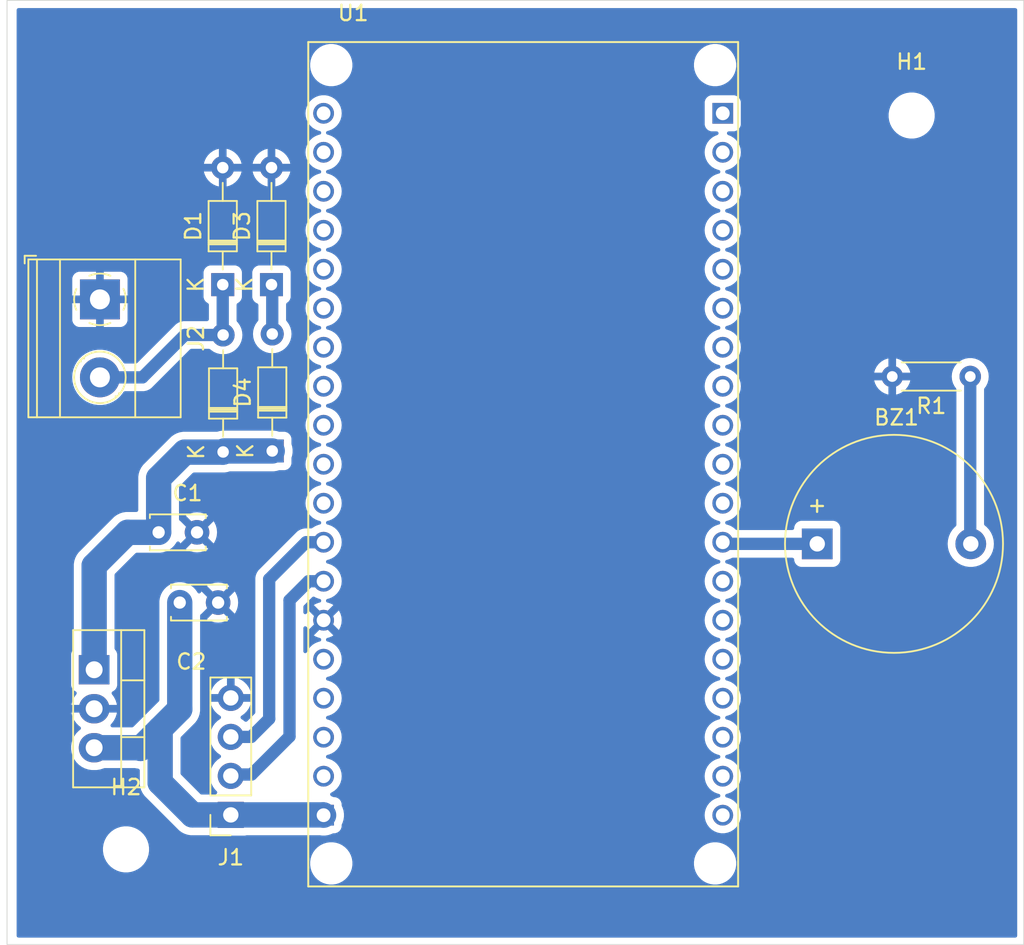
<source format=kicad_pcb>
(kicad_pcb (version 20240108) (generator "pcbnew") (generator_version "8.0")
  (layers (0 "F.Cu" signal) (31 "B.Cu" signal) (34 "B.Paste" user) (35 "F.Paste" user) (36 "B.SilkS" user "B.Silkscreen") (37 "F.SilkS" user "F.Silkscreen") (38 "B.Mask" user) (39 "F.Mask" user) (44 "Edge.Cuts" user))
  (net 0 "")
  (net 1 "Net-(BZ1--)")
  (net 2 "GND")
  (net 3 "+5V")
  (net 4 "trig")
  (net 5 "echo")
  (net 34 "+9V")
  (net 35 "Net-(D1-K)")
  (net 36 "Net-(D3-K)")
  (net 39 "unconnected-(U1-CMD-PadJ5_2)")
  (net 42 "Net-(BZ1-+)")
  (footprint "Diode_THT:D_DO-34_SOD68_P7.62mm_Horizontal" (layer "F.Cu") (at 123.625 86.2 90)
    (property "Reference" "D4" (at 3.81 -1.92 90) (layer "F.SilkS"))
    (property "Value" "D")
    (fp_line (start 5.45 -0.92) (end 2.17 -0.92) (stroke (width 0.12)) (layer "F.SilkS"))
    (fp_line (start 2.866 -0.92) (end 2.866 0.92) (stroke (width 0.12)) (layer "F.SilkS"))
    (fp_line (start 2.746 -0.92) (end 2.746 0.92) (stroke (width 0.12)) (layer "F.SilkS"))
    (fp_line (start 2.626 -0.92) (end 2.626 0.92) (stroke (width 0.12)) (layer "F.SilkS"))
    (fp_line (start 2.17 -0.92) (end 2.17 0.92) (stroke (width 0.12)) (layer "F.SilkS"))
    (fp_line (start 6.63 0) (end 5.45 0) (stroke (width 0.12)) (layer "F.SilkS"))
    (fp_line (start 0.99 0) (end 2.17 0) (stroke (width 0.12)) (layer "F.SilkS"))
    (fp_line (start 5.45 0.92) (end 5.45 -0.92) (stroke (width 0.12)) (layer "F.SilkS"))
    (fp_line (start 2.17 0.92) (end 5.45 0.92) (stroke (width 0.12)) (layer "F.SilkS"))
    (fp_text user "K" (at 0 -1.75 90) (layer "F.SilkS"))
    (pad "1" thru_hole rect (at 0 0 90) (size 1.5 1.5) (drill 0.75) (layers "*.Cu" "*.Mask") (net 34 "+9V"))
    (pad "2" thru_hole oval (at 7.62 0 90) (size 1.5 1.5) (drill 0.75) (layers "*.Cu" "*.Mask") (net 36 "Net-(D3-K)"))
  )
  (footprint "Package_TO_SOT_THT:TO-220-3_Vertical" (layer "F.Cu") (at 112.025 100.45 -90)
    (property "Reference" "U2" (hide yes))
    (property "Value" "LM7805_TO220")
    (fp_line (start -2.58 1.371) (end 7.66 1.371) (stroke (width 0.12)) (layer "F.SilkS"))
    (fp_line (start -2.58 -1.76) (end 7.66 -1.76) (stroke (width 0.12)) (layer "F.SilkS"))
    (fp_line (start -2.58 -3.27) (end -2.58 1.371) (stroke (width 0.12)) (layer "F.SilkS"))
    (fp_line (start -2.58 -3.27) (end 7.66 -3.27) (stroke (width 0.12)) (layer "F.SilkS"))
    (fp_line (start 0.69 -3.27) (end 0.69 -1.76) (stroke (width 0.12)) (layer "F.SilkS"))
    (fp_line (start 4.391 -3.27) (end 4.391 -1.76) (stroke (width 0.12)) (layer "F.SilkS"))
    (fp_line (start 7.66 -3.27) (end 7.66 1.371) (stroke (width 0.12)) (layer "F.SilkS"))
    (pad "1" thru_hole rect (at 0 0 270) (size 1.905 2) (drill 1.1) (layers "*.Cu" "*.Mask") (net 34 "+9V"))
    (pad "2" thru_hole oval (at 2.54 0 270) (size 1.905 2) (drill 1.1) (layers "*.Cu" "*.Mask") (net 2 "GND"))
    (pad "3" thru_hole oval (at 5.08 0 270) (size 1.905 2) (drill 1.1) (layers "*.Cu" "*.Mask") (net 3 "+5V"))
  )
  (footprint "Buzzer_Beeper:Buzzer_D14mm_H7mm_P10mm" (layer "F.Cu") (at 159.125 92.25)
    (property "Reference" "BZ1" (at 5.16 -8.23 360) (layer "F.SilkS"))
    (property "Value" "Buzzer")
    (fp_circle (center 5 0) (end 12.1 0) (stroke (width 0.12)) (fill none) (layer "F.SilkS"))
    (fp_text user "+" (at -0.01 -2.54 360) (layer "F.SilkS"))
    (pad "1" thru_hole rect (at 0 0) (size 2 2) (drill 1) (layers "*.Cu" "*.Mask") (net 42 "Net-(BZ1-+)"))
    (pad "2" thru_hole circle (at 10 0) (size 2 2) (drill 1) (layers "*.Cu" "*.Mask") (net 1 "Net-(BZ1--)"))
  )
  (footprint "Diode_THT:D_DO-34_SOD68_P7.62mm_Horizontal" (layer "F.Cu") (at 120.4 75.365 90)
    (property "Reference" "D1" (at 3.81 -1.92 90) (layer "F.SilkS"))
    (property "Value" "D")
    (fp_line (start 5.45 -0.92) (end 2.17 -0.92) (stroke (width 0.12)) (layer "F.SilkS"))
    (fp_line (start 2.866 -0.92) (end 2.866 0.92) (stroke (width 0.12)) (layer "F.SilkS"))
    (fp_line (start 2.746 -0.92) (end 2.746 0.92) (stroke (width 0.12)) (layer "F.SilkS"))
    (fp_line (start 2.626 -0.92) (end 2.626 0.92) (stroke (width 0.12)) (layer "F.SilkS"))
    (fp_line (start 2.17 -0.92) (end 2.17 0.92) (stroke (width 0.12)) (layer "F.SilkS"))
    (fp_line (start 6.63 0) (end 5.45 0) (stroke (width 0.12)) (layer "F.SilkS"))
    (fp_line (start 0.99 0) (end 2.17 0) (stroke (width 0.12)) (layer "F.SilkS"))
    (fp_line (start 5.45 0.92) (end 5.45 -0.92) (stroke (width 0.12)) (layer "F.SilkS"))
    (fp_line (start 2.17 0.92) (end 5.45 0.92) (stroke (width 0.12)) (layer "F.SilkS"))
    (fp_text user "K" (at 0 -1.75 90) (layer "F.SilkS"))
    (pad "1" thru_hole rect (at 0 0 90) (size 1.5 1.5) (drill 0.75) (layers "*.Cu" "*.Mask") (net 35 "Net-(D1-K)"))
    (pad "2" thru_hole oval (at 7.62 0 90) (size 1.5 1.5) (drill 0.75) (layers "*.Cu" "*.Mask") (net 2 "GND"))
  )
  (footprint "Diode_THT:D_DO-34_SOD68_P7.62mm_Horizontal" (layer "F.Cu") (at 123.575 75.365 90)
    (property "Reference" "D3" (at 3.81 -1.92 90) (layer "F.SilkS"))
    (property "Value" "D")
    (fp_line (start 5.45 -0.92) (end 2.17 -0.92) (stroke (width 0.12)) (layer "F.SilkS"))
    (fp_line (start 2.866 -0.92) (end 2.866 0.92) (stroke (width 0.12)) (layer "F.SilkS"))
    (fp_line (start 2.746 -0.92) (end 2.746 0.92) (stroke (width 0.12)) (layer "F.SilkS"))
    (fp_line (start 2.626 -0.92) (end 2.626 0.92) (stroke (width 0.12)) (layer "F.SilkS"))
    (fp_line (start 2.17 -0.92) (end 2.17 0.92) (stroke (width 0.12)) (layer "F.SilkS"))
    (fp_line (start 6.63 0) (end 5.45 0) (stroke (width 0.12)) (layer "F.SilkS"))
    (fp_line (start 0.99 0) (end 2.17 0) (stroke (width 0.12)) (layer "F.SilkS"))
    (fp_line (start 5.45 0.92) (end 5.45 -0.92) (stroke (width 0.12)) (layer "F.SilkS"))
    (fp_line (start 2.17 0.92) (end 5.45 0.92) (stroke (width 0.12)) (layer "F.SilkS"))
    (fp_text user "K" (at 0 -1.75 90) (layer "F.SilkS"))
    (pad "1" thru_hole rect (at 0 0 90) (size 1.5 1.5) (drill 0.75) (layers "*.Cu" "*.Mask") (net 36 "Net-(D3-K)"))
    (pad "2" thru_hole oval (at 7.62 0 90) (size 1.5 1.5) (drill 0.75) (layers "*.Cu" "*.Mask") (net 2 "GND"))
  )
  (footprint "ESP32_NODEMCU:MODULE_ESP32_NODEMCU" (layer "F.Cu") (at 139.97 87.065)
    (property "Reference" "U1" (at -11.075 -29.385 0) (layer "F.SilkS"))
    (property "Value" "ESP32_NODEMCU")
    (fp_line (start -14 -27.5) (end -14 27.5) (stroke (width 0.127)) (layer "F.SilkS"))
    (fp_line (start -14 -27.5) (end 14 -27.5) (stroke (width 0.127)) (layer "F.SilkS"))
    (fp_line (start -14 27.5) (end 14 27.5) (stroke (width 0.127)) (layer "F.SilkS"))
    (fp_line (start 14 -27.5) (end 14 27.5) (stroke (width 0.127)) (layer "F.SilkS"))
    (pad "" np_thru_hole circle (at -12.5 -26) (size 2.25 2.25) (drill 2.25) (layers "*.Cu" "*.Mask"))
    (pad "" np_thru_hole circle (at -12.5 26) (size 2.25 2.25) (drill 2.25) (layers "*.Cu" "*.Mask"))
    (pad "" np_thru_hole circle (at 12.5 -26) (size 2.25 2.25) (drill 2.25) (layers "*.Cu" "*.Mask"))
    (pad "" np_thru_hole circle (at 12.5 26) (size 2.25 2.25) (drill 2.25) (layers "*.Cu" "*.Mask"))
    (pad "J4_1" thru_hole rect (at 13 -22.86) (size 1.35 1.35) (drill 0.9) (layers "*.Cu" "*.Mask"))
    (pad "J4_2" thru_hole circle (at 13 -20.32) (size 1.35 1.35) (drill 0.9) (layers "*.Cu" "*.Mask"))
    (pad "J4_3" thru_hole circle (at 13 -17.78) (size 1.35 1.35) (drill 0.9) (layers "*.Cu" "*.Mask"))
    (pad "J4_4" thru_hole circle (at 13 -15.24) (size 1.35 1.35) (drill 0.9) (layers "*.Cu" "*.Mask"))
    (pad "J4_5" thru_hole circle (at 13 -12.7) (size 1.35 1.35) (drill 0.9) (layers "*.Cu" "*.Mask"))
    (pad "J4_6" thru_hole circle (at 13 -10.16) (size 1.35 1.35) (drill 0.9) (layers "*.Cu" "*.Mask"))
    (pad "J4_7" thru_hole circle (at 13 -7.62) (size 1.35 1.35) (drill 0.9) (layers "*.Cu" "*.Mask"))
    (pad "J4_8" thru_hole circle (at 13 -5.08) (size 1.35 1.35) (drill 0.9) (layers "*.Cu" "*.Mask"))
    (pad "J4_9" thru_hole circle (at 13 -2.54) (size 1.35 1.35) (drill 0.9) (layers "*.Cu" "*.Mask"))
    (pad "J4_10" thru_hole circle (at 13 0) (size 1.35 1.35) (drill 0.9) (layers "*.Cu" "*.Mask"))
    (pad "J4_11" thru_hole circle (at 13 2.54) (size 1.35 1.35) (drill 0.9) (layers "*.Cu" "*.Mask"))
    (pad "J4_12" thru_hole circle (at 13 5.08) (size 1.35 1.35) (drill 0.9) (layers "*.Cu" "*.Mask") (net 42 "Net-(BZ1-+)"))
    (pad "J4_13" thru_hole circle (at 13 7.62) (size 1.35 1.35) (drill 0.9) (layers "*.Cu" "*.Mask"))
    (pad "J4_14" thru_hole circle (at 13 10.16) (size 1.35 1.35) (drill 0.9) (layers "*.Cu" "*.Mask"))
    (pad "J4_15" thru_hole circle (at 13 12.7) (size 1.35 1.35) (drill 0.9) (layers "*.Cu" "*.Mask"))
    (pad "J4_16" thru_hole circle (at 13 15.24) (size 1.35 1.35) (drill 0.9) (layers "*.Cu" "*.Mask"))
    (pad "J4_17" thru_hole circle (at 13 17.78) (size 1.35 1.35) (drill 0.9) (layers "*.Cu" "*.Mask"))
    (pad "J4_18" thru_hole circle (at 13 20.32) (size 1.35 1.35) (drill 0.9) (layers "*.Cu" "*.Mask"))
    (pad "J4_19" thru_hole circle (at 13 22.86) (size 1.35 1.35) (drill 0.9) (layers "*.Cu" "*.Mask"))
    (pad "J5_1" thru_hole rect (at -13 22.86) (size 1.35 1.35) (drill 0.9) (layers "*.Cu" "*.Mask") (net 3 "+5V"))
    (pad "J5_2" thru_hole circle (at -13 20.32) (size 1.35 1.35) (drill 0.9) (layers "*.Cu" "*.Mask") (net 39 "unconnected-(U1-CMD-PadJ5_2)"))
    (pad "J5_3" thru_hole circle (at -13 17.78) (size 1.35 1.35) (drill 0.9) (layers "*.Cu" "*.Mask"))
    (pad "J5_4" thru_hole circle (at -13 15.24) (size 1.35 1.35) (drill 0.9) (layers "*.Cu" "*.Mask"))
    (pad "J5_5" thru_hole circle (at -13 12.7) (size 1.35 1.35) (drill 0.9) (layers "*.Cu" "*.Mask"))
    (pad "J5_6" thru_hole circle (at -13 10.16) (size 1.35 1.35) (drill 0.9) (layers "*.Cu" "*.Mask") (net 2 "GND"))
    (pad "J5_7" thru_hole circle (at -13 7.62) (size 1.35 1.35) (drill 0.9) (layers "*.Cu" "*.Mask") (net 4 "trig"))
    (pad "J5_8" thru_hole circle (at -13 5.08) (size 1.35 1.35) (drill 0.9) (layers "*.Cu" "*.Mask") (net 5 "echo"))
    (pad "J5_9" thru_hole circle (at -13 2.54) (size 1.35 1.35) (drill 0.9) (layers "*.Cu" "*.Mask"))
    (pad "J5_10" thru_hole circle (at -13 0) (size 1.35 1.35) (drill 0.9) (layers "*.Cu" "*.Mask"))
    (pad "J5_11" thru_hole circle (at -13 -2.54) (size 1.35 1.35) (drill 0.9) (layers "*.Cu" "*.Mask"))
    (pad "J5_12" thru_hole circle (at -13 -5.08) (size 1.35 1.35) (drill 0.9) (layers "*.Cu" "*.Mask"))
    (pad "J5_13" thru_hole circle (at -13 -7.62) (size 1.35 1.35) (drill 0.9) (layers "*.Cu" "*.Mask"))
    (pad "J5_14" thru_hole circle (at -13 -10.16) (size 1.35 1.35) (drill 0.9) (layers "*.Cu" "*.Mask"))
    (pad "J5_15" thru_hole circle (at -13 -12.7) (size 1.35 1.35) (drill 0.9) (layers "*.Cu" "*.Mask"))
    (pad "J5_16" thru_hole circle (at -13 -15.24) (size 1.35 1.35) (drill 0.9) (layers "*.Cu" "*.Mask"))
    (pad "J5_17" thru_hole circle (at -13 -17.78) (size 1.35 1.35) (drill 0.9) (layers "*.Cu" "*.Mask"))
    (pad "J5_18" thru_hole circle (at -13 -20.32) (size 1.35 1.35) (drill 0.9) (layers "*.Cu" "*.Mask"))
    (pad "J5_19" thru_hole circle (at -13 -22.86) (size 1.35 1.35) (drill 0.9) (layers "*.Cu" "*.Mask"))
  )
  (footprint "Capacitor_THT:C_Disc_D3.4mm_W2.1mm_P2.50mm" (layer "F.Cu") (at 117.6 96.075)
    (property "Reference" "C2" (at 0.75 3.85 0) (layer "F.SilkS"))
    (property "Value" "100mf")
    (fp_line (start -0.57 -1.17) (end -0.57 -0.925) (stroke (width 0.12)) (layer "F.SilkS"))
    (fp_line (start -0.57 -1.17) (end 3.07 -1.17) (stroke (width 0.12)) (layer "F.SilkS"))
    (fp_line (start -0.57 0.925) (end -0.57 1.17) (stroke (width 0.12)) (layer "F.SilkS"))
    (fp_line (start -0.57 1.17) (end 3.07 1.17) (stroke (width 0.12)) (layer "F.SilkS"))
    (fp_line (start 3.07 -1.17) (end 3.07 -0.925) (stroke (width 0.12)) (layer "F.SilkS"))
    (fp_line (start 3.07 0.925) (end 3.07 1.17) (stroke (width 0.12)) (layer "F.SilkS"))
    (pad "1" thru_hole circle (at 0 0) (size 1.6 1.6) (drill 0.8) (layers "*.Cu" "*.Mask") (net 3 "+5V"))
    (pad "2" thru_hole circle (at 2.5 0) (size 1.6 1.6) (drill 0.8) (layers "*.Cu" "*.Mask") (net 2 "GND"))
  )
  (footprint "Capacitor_THT:C_Disc_D3.4mm_W2.1mm_P2.50mm" (layer "F.Cu") (at 116.225 91.5)
    (property "Reference" "C1" (at 1.875 -2.55 0) (layer "F.SilkS"))
    (property "Value" "1000mf")
    (fp_line (start -0.57 -1.17) (end -0.57 -0.925) (stroke (width 0.12)) (layer "F.SilkS"))
    (fp_line (start -0.57 -1.17) (end 3.07 -1.17) (stroke (width 0.12)) (layer "F.SilkS"))
    (fp_line (start -0.57 0.925) (end -0.57 1.17) (stroke (width 0.12)) (layer "F.SilkS"))
    (fp_line (start -0.57 1.17) (end 3.07 1.17) (stroke (width 0.12)) (layer "F.SilkS"))
    (fp_line (start 3.07 -1.17) (end 3.07 -0.925) (stroke (width 0.12)) (layer "F.SilkS"))
    (fp_line (start 3.07 0.925) (end 3.07 1.17) (stroke (width 0.12)) (layer "F.SilkS"))
    (pad "1" thru_hole circle (at 0 0) (size 1.6 1.6) (drill 0.8) (layers "*.Cu" "*.Mask") (net 34 "+9V"))
    (pad "2" thru_hole circle (at 2.5 0) (size 1.6 1.6) (drill 0.8) (layers "*.Cu" "*.Mask") (net 2 "GND"))
  )
  (footprint "Resistor_THT:R_Axial_DIN0204_L3.6mm_D1.6mm_P5.08mm_Horizontal" (layer "F.Cu") (at 169.09 81.35 180)
    (property "Reference" "R1" (at 2.54 -1.92 360) (layer "F.SilkS"))
    (property "Value" "R")
    (fp_line (start 0.62 0.92) (end 4.46 0.92) (stroke (width 0.12)) (layer "F.SilkS"))
    (fp_line (start 0.62 -0.92) (end 4.46 -0.92) (stroke (width 0.12)) (layer "F.SilkS"))
    (pad "1" thru_hole circle (at 0 0 180) (size 1.4 1.4) (drill 0.7) (layers "*.Cu" "*.Mask") (net 1 "Net-(BZ1--)"))
    (pad "2" thru_hole oval (at 5.08 0 180) (size 1.4 1.4) (drill 0.7) (layers "*.Cu" "*.Mask") (net 2 "GND"))
  )
  (footprint "MountingHole:MountingHole_2.5mm" (layer "F.Cu") (at 114.1 112.15)
    (property "Reference" "H2" (at 0 -4.05 0) (layer "F.SilkS"))
    (property "Value" "MountingHole")
    (pad "" np_thru_hole circle (at 0 0) (size 2.5 2.5) (drill 2.5) (layers "*.Cu" "*.Mask"))
  )
  (footprint "TerminalBlock_Phoenix:TerminalBlock_Phoenix_MKDS-1,5-2-5.08_1x02_P5.08mm_Horizontal" (layer "F.Cu") (at 112.4 76.325 -90)
    (property "Reference" "J2" (at 2.54 -6.26 90) (layer "F.SilkS"))
    (property "Value" "battery")
    (fp_line (start -2.84 4.9) (end -2.34 4.9) (stroke (width 0.12)) (layer "F.SilkS"))
    (fp_line (start -2.6 4.66) (end 7.68 4.66) (stroke (width 0.12)) (layer "F.SilkS"))
    (fp_line (start -2.84 4.16) (end -2.84 4.9) (stroke (width 0.12)) (layer "F.SilkS"))
    (fp_line (start -2.6 4.1) (end 7.68 4.1) (stroke (width 0.12)) (layer "F.SilkS"))
    (fp_line (start -2.6 2.6) (end 7.68 2.6) (stroke (width 0.12)) (layer "F.SilkS"))
    (fp_line (start 4.046 1.239) (end 4.011 1.274) (stroke (width 0.12)) (layer "F.SilkS"))
    (fp_line (start 3.853 1.023) (end 3.806 1.069) (stroke (width 0.12)) (layer "F.SilkS"))
    (fp_line (start 6.355 -1.069) (end 6.308 -1.023) (stroke (width 0.12)) (layer "F.SilkS"))
    (fp_line (start 6.15 -1.275) (end 6.115 -1.239) (stroke (width 0.12)) (layer "F.SilkS"))
    (fp_line (start -2.6 -2.301) (end 7.68 -2.301) (stroke (width 0.12)) (layer "F.SilkS"))
    (fp_line (start -2.6 -5.261) (end -2.6 4.66) (stroke (width 0.12)) (layer "F.SilkS"))
    (fp_line (start -2.6 -5.261) (end 7.68 -5.261) (stroke (width 0.12)) (layer "F.SilkS"))
    (fp_line (start 7.68 -5.261) (end 7.68 4.66) (stroke (width 0.12)) (layer "F.SilkS"))
    (fp_arc (start 0.028805 1.680253) (mid -0.335551 1.646659) (end -0.684 1.535) (stroke (width 0.12)) (layer "F.SilkS"))
    (fp_arc (start 0.683318 1.534756) (mid 0.349292 1.643288) (end 0 1.68) (stroke (width 0.12)) (layer "F.SilkS"))
    (fp_arc (start -1.535427 0.683042) (mid -1.680501 -0.000524) (end -1.535 -0.684) (stroke (width 0.12)) (layer "F.SilkS"))
    (fp_arc (start 1.535427 -0.683042) (mid 1.680501 0.000524) (end 1.535 0.684) (stroke (width 0.12)) (layer "F.SilkS"))
    (fp_arc (start -0.683042 -1.535427) (mid 0.000524 -1.680501) (end 0.684 -1.535) (stroke (width 0.12)) (layer "F.SilkS"))
    (fp_circle (center 5.08 0) (end 6.76 0) (stroke (width 0.12)) (fill none) (layer "F.SilkS"))
    (pad "1" thru_hole rect (at 0 0 270) (size 2.6 2.6) (drill 1.3) (layers "*.Cu" "*.Mask") (net 2 "GND"))
    (pad "2" thru_hole circle (at 5.08 0 270) (size 2.6 2.6) (drill 1.3) (layers "*.Cu" "*.Mask") (net 35 "Net-(D1-K)"))
  )
  (footprint "Diode_THT:D_DO-34_SOD68_P7.62mm_Horizontal" (layer "F.Cu") (at 120.425 86.265 90)
    (property "Reference" "D2" (hide yes))
    (property "Value" "D")
    (fp_line (start 5.45 -0.92) (end 2.17 -0.92) (stroke (width 0.12)) (layer "F.SilkS"))
    (fp_line (start 2.866 -0.92) (end 2.866 0.92) (stroke (width 0.12)) (layer "F.SilkS"))
    (fp_line (start 2.746 -0.92) (end 2.746 0.92) (stroke (width 0.12)) (layer "F.SilkS"))
    (fp_line (start 2.626 -0.92) (end 2.626 0.92) (stroke (width 0.12)) (layer "F.SilkS"))
    (fp_line (start 2.17 -0.92) (end 2.17 0.92) (stroke (width 0.12)) (layer "F.SilkS"))
    (fp_line (start 6.63 0) (end 5.45 0) (stroke (width 0.12)) (layer "F.SilkS"))
    (fp_line (start 0.99 0) (end 2.17 0) (stroke (width 0.12)) (layer "F.SilkS"))
    (fp_line (start 5.45 0.92) (end 5.45 -0.92) (stroke (width 0.12)) (layer "F.SilkS"))
    (fp_line (start 2.17 0.92) (end 5.45 0.92) (stroke (width 0.12)) (layer "F.SilkS"))
    (fp_text user "K" (at 0 -1.75 90) (layer "F.SilkS"))
    (pad "1" thru_hole rect (at 0 0 90) (size 1.5 1.5) (drill 0.75) (layers "*.Cu" "*.Mask") (net 34 "+9V"))
    (pad "2" thru_hole oval (at 7.62 0 90) (size 1.5 1.5) (drill 0.75) (layers "*.Cu" "*.Mask") (net 35 "Net-(D1-K)"))
  )
  (footprint "Connector_PinSocket_2.54mm:PinSocket_1x04_P2.54mm_Vertical" (layer "F.Cu") (at 120.925 109.905 180)
    (property "Reference" "J1" (at 0 -2.77 360) (layer "F.SilkS"))
    (property "Value" "ultra")
    (fp_line (start 1.33 1.27) (end 1.33 8.95) (stroke (width 0.12)) (layer "F.SilkS"))
    (fp_line (start 1.33 -1.33) (end 1.33 0) (stroke (width 0.12)) (layer "F.SilkS"))
    (fp_line (start 0 -1.33) (end 1.33 -1.33) (stroke (width 0.12)) (layer "F.SilkS"))
    (fp_line (start -1.33 8.95) (end 1.33 8.95) (stroke (width 0.12)) (layer "F.SilkS"))
    (fp_line (start -1.33 1.27) (end 1.33 1.27) (stroke (width 0.12)) (layer "F.SilkS"))
    (fp_line (start -1.33 1.27) (end -1.33 8.95) (stroke (width 0.12)) (layer "F.SilkS"))
    (pad "1" thru_hole rect (at 0 0 180) (size 1.7 1.7) (drill 1) (layers "*.Cu" "*.Mask") (net 3 "+5V"))
    (pad "2" thru_hole oval (at 0 2.54 180) (size 1.7 1.7) (drill 1) (layers "*.Cu" "*.Mask") (net 4 "trig"))
    (pad "3" thru_hole oval (at 0 5.08 180) (size 1.7 1.7) (drill 1) (layers "*.Cu" "*.Mask") (net 5 "echo"))
    (pad "4" thru_hole oval (at 0 7.62 180) (size 1.7 1.7) (drill 1) (layers "*.Cu" "*.Mask") (net 2 "GND"))
  )
  (footprint "MountingHole:MountingHole_2.5mm" (layer "F.Cu") (at 165.275 64.35)
    (property "Reference" "H1" (at 0 -3.5 0) (layer "F.SilkS"))
    (property "Value" "MountingHole")
    (pad "" np_thru_hole circle (at 0 0) (size 2.5 2.5) (drill 2.5) (layers "*.Cu" "*.Mask"))
  )
  (gr_rect (start 106.35 56.85) (end 172.575 118.35) (stroke (width 0.05)) (fill none) (layer "Edge.Cuts"))
  (segment (start 169.09 81.35) (end 169.09 92.215) (width 0.8) (layer "B.Cu") (net 1))
  (segment (start 169.15 92.275) (end 169.125 92.25) (width 0.8) (layer "B.Cu") (net 1))
  (segment (start 169.09 92.215) (end 169.125 92.25) (width 0.8) (layer "B.Cu") (net 1))
  (segment (start 120.925 109.905) (end 126.95 109.905) (width 1.65) (layer "B.Cu") (net 3))
  (segment (start 116.325 104.3) (end 115.05 105.575) (width 1.65) (layer "B.Cu") (net 3))
  (segment (start 117.6 96.075) (end 117.6 103.025) (width 1.65) (layer "B.Cu") (net 3))
  (segment (start 115.05 105.575) (end 115.005 105.53) (width 1.65) (layer "B.Cu") (net 3))
  (segment (start 115.005 105.53) (end 112.025 105.53) (width 1.65) (layer "B.Cu") (net 3))
  (segment (start 117.6 103.025) (end 116.325 104.3) (width 1.65) (layer "B.Cu") (net 3))
  (segment (start 118.425 109.905) (end 116.325 107.805) (width 1.65) (layer "B.Cu") (net 3))
  (segment (start 120.925 109.905) (end 118.425 109.905) (width 1.65) (layer "B.Cu") (net 3))
  (segment (start 126.955 109.94) (end 126.97 109.925) (width 0.8) (layer "B.Cu") (net 3))
  (segment (start 126.95 109.905) (end 126.97 109.925) (width 1.65) (layer "B.Cu") (net 3))
  (segment (start 116.325 107.805) (end 116.325 104.3) (width 1.65) (layer "B.Cu") (net 3))
  (segment (start 125.99 94.685) (end 124.75 95.925) (width 0.8) (layer "B.Cu") (net 4))
  (segment (start 126.97 94.685) (end 125.99 94.685) (width 0.8) (layer "B.Cu") (net 4))
  (segment (start 124.75 95.925) (end 124.75 104.8) (width 0.8) (layer "B.Cu") (net 4))
  (segment (start 121.015 107.275) (end 120.925 107.365) (width 0.8) (layer "B.Cu") (net 4))
  (segment (start 122.275 107.275) (end 121.015 107.275) (width 0.8) (layer "B.Cu") (net 4))
  (segment (start 124.75 104.8) (end 122.275 107.275) (width 0.8) (layer "B.Cu") (net 4))
  (segment (start 126.97 92.145) (end 125.83 92.145) (width 0.8) (layer "B.Cu") (net 5))
  (segment (start 123.425 103.65) (end 122.25 104.825) (width 0.8) (layer "B.Cu") (net 5))
  (segment (start 123.425 94.55) (end 123.425 103.65) (width 0.8) (layer "B.Cu") (net 5))
  (segment (start 125.83 92.145) (end 123.425 94.55) (width 0.8) (layer "B.Cu") (net 5))
  (segment (start 122.25 104.825) (end 120.925 104.825) (width 0.8) (layer "B.Cu") (net 5))
  (segment (start 114.2 91.5) (end 112.025 93.675) (width 1.65) (layer "B.Cu") (net 34))
  (segment (start 116.225 91.5) (end 114.2 91.5) (width 1.65) (layer "B.Cu") (net 34))
  (segment (start 120.425 86.265) (end 120.415 86.275) (width 1.65) (layer "B.Cu") (net 34))
  (segment (start 117.925 86.275) (end 116.225 87.975) (width 1.65) (layer "B.Cu") (net 34))
  (segment (start 123.625 86.2) (end 120.49 86.2) (width 1.65) (layer "B.Cu") (net 34))
  (segment (start 120.415 86.275) (end 117.925 86.275) (width 1.65) (layer "B.Cu") (net 34))
  (segment (start 116.225 87.975) (end 116.225 91.5) (width 1.65) (layer "B.Cu") (net 34))
  (segment (start 112.025 93.675) (end 112.025 100.45) (width 1.65) (layer "B.Cu") (net 34))
  (segment (start 115.17 81.405) (end 112.4 81.405) (width 0.8) (layer "B.Cu") (net 35))
  (segment (start 120.4 78.62) (end 120.425 78.645) (width 0.8) (layer "B.Cu") (net 35))
  (segment (start 120.4 75.365) (end 120.4 78.62) (width 0.8) (layer "B.Cu") (net 35))
  (segment (start 120.425 78.645) (end 117.93 78.645) (width 0.8) (layer "B.Cu") (net 35))
  (segment (start 117.93 78.645) (end 115.17 81.405) (width 0.8) (layer "B.Cu") (net 35))
  (segment (start 123.6 78.555) (end 123.625 78.58) (width 0.8) (layer "B.Cu") (net 36))
  (segment (start 123.625 78.58) (end 123.625 75.415) (width 0.8) (layer "B.Cu") (net 36))
  (segment (start 123.625 75.415) (end 123.575 75.365) (width 0.8) (layer "B.Cu") (net 36))
  (segment (start 126.955 107.4) (end 126.97 107.385) (width 0.2) (layer "B.Cu") (net 39))
  (segment (start 153.075 92.25) (end 152.97 92.145) (width 0.8) (layer "B.Cu") (net 42))
  (segment (start 159.125 92.25) (end 153.075 92.25) (width 0.8) (layer "B.Cu") (net 42))
  (zone (net 2) (net_name "GND") (layer "B.Cu") (connect_pads (clearance 0.5)) (min_thickness 0.25) (fill yes (thermal_gap 0.5) (thermal_bridge_width 0.5))
    (polygon (pts (xy 172.15 57.275) (xy 106.975 57.275) (xy 106.975 117.9) (xy 172.15 117.9)))
  )
)
</source>
